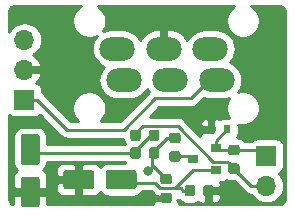
<source format=gbr>
G04 #@! TF.GenerationSoftware,KiCad,Pcbnew,(5.1.4)-1*
G04 #@! TF.CreationDate,2020-03-11T16:36:07-04:00*
G04 #@! TF.ProjectId,MicSwitchBoard,4d696353-7769-4746-9368-426f6172642e,rev?*
G04 #@! TF.SameCoordinates,Original*
G04 #@! TF.FileFunction,Copper,L2,Bot*
G04 #@! TF.FilePolarity,Positive*
%FSLAX46Y46*%
G04 Gerber Fmt 4.6, Leading zero omitted, Abs format (unit mm)*
G04 Created by KiCad (PCBNEW (5.1.4)-1) date 2020-03-11 16:36:07*
%MOMM*%
%LPD*%
G04 APERTURE LIST*
%ADD10O,3.000000X2.000000*%
%ADD11R,0.600000X0.700000*%
%ADD12C,0.100000*%
%ADD13C,1.600000*%
%ADD14C,0.875000*%
%ADD15R,0.900000X0.800000*%
%ADD16O,1.700000X1.700000*%
%ADD17R,1.700000X1.700000*%
%ADD18C,0.800000*%
%ADD19C,0.250000*%
%ADD20C,0.254000*%
G04 APERTURE END LIST*
D10*
X132300000Y-68835000D03*
X131760000Y-66165000D03*
X128350000Y-68835000D03*
X127810000Y-66165000D03*
X124400000Y-68835000D03*
X123860000Y-66165000D03*
D11*
X131800000Y-73000000D03*
X133200000Y-73000000D03*
D12*
G36*
X121674504Y-76451204D02*
G01*
X121698773Y-76454804D01*
X121722571Y-76460765D01*
X121745671Y-76469030D01*
X121767849Y-76479520D01*
X121788893Y-76492133D01*
X121808598Y-76506747D01*
X121826777Y-76523223D01*
X121843253Y-76541402D01*
X121857867Y-76561107D01*
X121870480Y-76582151D01*
X121880970Y-76604329D01*
X121889235Y-76627429D01*
X121895196Y-76651227D01*
X121898796Y-76675496D01*
X121900000Y-76700000D01*
X121900000Y-77800000D01*
X121898796Y-77824504D01*
X121895196Y-77848773D01*
X121889235Y-77872571D01*
X121880970Y-77895671D01*
X121870480Y-77917849D01*
X121857867Y-77938893D01*
X121843253Y-77958598D01*
X121826777Y-77976777D01*
X121808598Y-77993253D01*
X121788893Y-78007867D01*
X121767849Y-78020480D01*
X121745671Y-78030970D01*
X121722571Y-78039235D01*
X121698773Y-78045196D01*
X121674504Y-78048796D01*
X121650000Y-78050000D01*
X119550000Y-78050000D01*
X119525496Y-78048796D01*
X119501227Y-78045196D01*
X119477429Y-78039235D01*
X119454329Y-78030970D01*
X119432151Y-78020480D01*
X119411107Y-78007867D01*
X119391402Y-77993253D01*
X119373223Y-77976777D01*
X119356747Y-77958598D01*
X119342133Y-77938893D01*
X119329520Y-77917849D01*
X119319030Y-77895671D01*
X119310765Y-77872571D01*
X119304804Y-77848773D01*
X119301204Y-77824504D01*
X119300000Y-77800000D01*
X119300000Y-76700000D01*
X119301204Y-76675496D01*
X119304804Y-76651227D01*
X119310765Y-76627429D01*
X119319030Y-76604329D01*
X119329520Y-76582151D01*
X119342133Y-76561107D01*
X119356747Y-76541402D01*
X119373223Y-76523223D01*
X119391402Y-76506747D01*
X119411107Y-76492133D01*
X119432151Y-76479520D01*
X119454329Y-76469030D01*
X119477429Y-76460765D01*
X119501227Y-76454804D01*
X119525496Y-76451204D01*
X119550000Y-76450000D01*
X121650000Y-76450000D01*
X121674504Y-76451204D01*
X121674504Y-76451204D01*
G37*
D13*
X120600000Y-77250000D03*
D12*
G36*
X125274504Y-76451204D02*
G01*
X125298773Y-76454804D01*
X125322571Y-76460765D01*
X125345671Y-76469030D01*
X125367849Y-76479520D01*
X125388893Y-76492133D01*
X125408598Y-76506747D01*
X125426777Y-76523223D01*
X125443253Y-76541402D01*
X125457867Y-76561107D01*
X125470480Y-76582151D01*
X125480970Y-76604329D01*
X125489235Y-76627429D01*
X125495196Y-76651227D01*
X125498796Y-76675496D01*
X125500000Y-76700000D01*
X125500000Y-77800000D01*
X125498796Y-77824504D01*
X125495196Y-77848773D01*
X125489235Y-77872571D01*
X125480970Y-77895671D01*
X125470480Y-77917849D01*
X125457867Y-77938893D01*
X125443253Y-77958598D01*
X125426777Y-77976777D01*
X125408598Y-77993253D01*
X125388893Y-78007867D01*
X125367849Y-78020480D01*
X125345671Y-78030970D01*
X125322571Y-78039235D01*
X125298773Y-78045196D01*
X125274504Y-78048796D01*
X125250000Y-78050000D01*
X123150000Y-78050000D01*
X123125496Y-78048796D01*
X123101227Y-78045196D01*
X123077429Y-78039235D01*
X123054329Y-78030970D01*
X123032151Y-78020480D01*
X123011107Y-78007867D01*
X122991402Y-77993253D01*
X122973223Y-77976777D01*
X122956747Y-77958598D01*
X122942133Y-77938893D01*
X122929520Y-77917849D01*
X122919030Y-77895671D01*
X122910765Y-77872571D01*
X122904804Y-77848773D01*
X122901204Y-77824504D01*
X122900000Y-77800000D01*
X122900000Y-76700000D01*
X122901204Y-76675496D01*
X122904804Y-76651227D01*
X122910765Y-76627429D01*
X122919030Y-76604329D01*
X122929520Y-76582151D01*
X122942133Y-76561107D01*
X122956747Y-76541402D01*
X122973223Y-76523223D01*
X122991402Y-76506747D01*
X123011107Y-76492133D01*
X123032151Y-76479520D01*
X123054329Y-76469030D01*
X123077429Y-76460765D01*
X123101227Y-76454804D01*
X123125496Y-76451204D01*
X123150000Y-76450000D01*
X125250000Y-76450000D01*
X125274504Y-76451204D01*
X125274504Y-76451204D01*
G37*
D13*
X124200000Y-77250000D03*
D12*
G36*
X117074504Y-77001204D02*
G01*
X117098773Y-77004804D01*
X117122571Y-77010765D01*
X117145671Y-77019030D01*
X117167849Y-77029520D01*
X117188893Y-77042133D01*
X117208598Y-77056747D01*
X117226777Y-77073223D01*
X117243253Y-77091402D01*
X117257867Y-77111107D01*
X117270480Y-77132151D01*
X117280970Y-77154329D01*
X117289235Y-77177429D01*
X117295196Y-77201227D01*
X117298796Y-77225496D01*
X117300000Y-77250000D01*
X117300000Y-79350000D01*
X117298796Y-79374504D01*
X117295196Y-79398773D01*
X117289235Y-79422571D01*
X117280970Y-79445671D01*
X117270480Y-79467849D01*
X117257867Y-79488893D01*
X117243253Y-79508598D01*
X117226777Y-79526777D01*
X117208598Y-79543253D01*
X117188893Y-79557867D01*
X117167849Y-79570480D01*
X117145671Y-79580970D01*
X117122571Y-79589235D01*
X117098773Y-79595196D01*
X117074504Y-79598796D01*
X117050000Y-79600000D01*
X115950000Y-79600000D01*
X115925496Y-79598796D01*
X115901227Y-79595196D01*
X115877429Y-79589235D01*
X115854329Y-79580970D01*
X115832151Y-79570480D01*
X115811107Y-79557867D01*
X115791402Y-79543253D01*
X115773223Y-79526777D01*
X115756747Y-79508598D01*
X115742133Y-79488893D01*
X115729520Y-79467849D01*
X115719030Y-79445671D01*
X115710765Y-79422571D01*
X115704804Y-79398773D01*
X115701204Y-79374504D01*
X115700000Y-79350000D01*
X115700000Y-77250000D01*
X115701204Y-77225496D01*
X115704804Y-77201227D01*
X115710765Y-77177429D01*
X115719030Y-77154329D01*
X115729520Y-77132151D01*
X115742133Y-77111107D01*
X115756747Y-77091402D01*
X115773223Y-77073223D01*
X115791402Y-77056747D01*
X115811107Y-77042133D01*
X115832151Y-77029520D01*
X115854329Y-77019030D01*
X115877429Y-77010765D01*
X115901227Y-77004804D01*
X115925496Y-77001204D01*
X115950000Y-77000000D01*
X117050000Y-77000000D01*
X117074504Y-77001204D01*
X117074504Y-77001204D01*
G37*
D13*
X116500000Y-78300000D03*
D12*
G36*
X117074504Y-73401204D02*
G01*
X117098773Y-73404804D01*
X117122571Y-73410765D01*
X117145671Y-73419030D01*
X117167849Y-73429520D01*
X117188893Y-73442133D01*
X117208598Y-73456747D01*
X117226777Y-73473223D01*
X117243253Y-73491402D01*
X117257867Y-73511107D01*
X117270480Y-73532151D01*
X117280970Y-73554329D01*
X117289235Y-73577429D01*
X117295196Y-73601227D01*
X117298796Y-73625496D01*
X117300000Y-73650000D01*
X117300000Y-75750000D01*
X117298796Y-75774504D01*
X117295196Y-75798773D01*
X117289235Y-75822571D01*
X117280970Y-75845671D01*
X117270480Y-75867849D01*
X117257867Y-75888893D01*
X117243253Y-75908598D01*
X117226777Y-75926777D01*
X117208598Y-75943253D01*
X117188893Y-75957867D01*
X117167849Y-75970480D01*
X117145671Y-75980970D01*
X117122571Y-75989235D01*
X117098773Y-75995196D01*
X117074504Y-75998796D01*
X117050000Y-76000000D01*
X115950000Y-76000000D01*
X115925496Y-75998796D01*
X115901227Y-75995196D01*
X115877429Y-75989235D01*
X115854329Y-75980970D01*
X115832151Y-75970480D01*
X115811107Y-75957867D01*
X115791402Y-75943253D01*
X115773223Y-75926777D01*
X115756747Y-75908598D01*
X115742133Y-75888893D01*
X115729520Y-75867849D01*
X115719030Y-75845671D01*
X115710765Y-75822571D01*
X115704804Y-75798773D01*
X115701204Y-75774504D01*
X115700000Y-75750000D01*
X115700000Y-73650000D01*
X115701204Y-73625496D01*
X115704804Y-73601227D01*
X115710765Y-73577429D01*
X115719030Y-73554329D01*
X115729520Y-73532151D01*
X115742133Y-73511107D01*
X115756747Y-73491402D01*
X115773223Y-73473223D01*
X115791402Y-73456747D01*
X115811107Y-73442133D01*
X115832151Y-73429520D01*
X115854329Y-73419030D01*
X115877429Y-73410765D01*
X115901227Y-73404804D01*
X115925496Y-73401204D01*
X115950000Y-73400000D01*
X117050000Y-73400000D01*
X117074504Y-73401204D01*
X117074504Y-73401204D01*
G37*
D13*
X116500000Y-74700000D03*
D12*
G36*
X131827691Y-77726053D02*
G01*
X131848926Y-77729203D01*
X131869750Y-77734419D01*
X131889962Y-77741651D01*
X131909368Y-77750830D01*
X131927781Y-77761866D01*
X131945024Y-77774654D01*
X131960930Y-77789070D01*
X131975346Y-77804976D01*
X131988134Y-77822219D01*
X131999170Y-77840632D01*
X132008349Y-77860038D01*
X132015581Y-77880250D01*
X132020797Y-77901074D01*
X132023947Y-77922309D01*
X132025000Y-77943750D01*
X132025000Y-78456250D01*
X132023947Y-78477691D01*
X132020797Y-78498926D01*
X132015581Y-78519750D01*
X132008349Y-78539962D01*
X131999170Y-78559368D01*
X131988134Y-78577781D01*
X131975346Y-78595024D01*
X131960930Y-78610930D01*
X131945024Y-78625346D01*
X131927781Y-78638134D01*
X131909368Y-78649170D01*
X131889962Y-78658349D01*
X131869750Y-78665581D01*
X131848926Y-78670797D01*
X131827691Y-78673947D01*
X131806250Y-78675000D01*
X131368750Y-78675000D01*
X131347309Y-78673947D01*
X131326074Y-78670797D01*
X131305250Y-78665581D01*
X131285038Y-78658349D01*
X131265632Y-78649170D01*
X131247219Y-78638134D01*
X131229976Y-78625346D01*
X131214070Y-78610930D01*
X131199654Y-78595024D01*
X131186866Y-78577781D01*
X131175830Y-78559368D01*
X131166651Y-78539962D01*
X131159419Y-78519750D01*
X131154203Y-78498926D01*
X131151053Y-78477691D01*
X131150000Y-78456250D01*
X131150000Y-77943750D01*
X131151053Y-77922309D01*
X131154203Y-77901074D01*
X131159419Y-77880250D01*
X131166651Y-77860038D01*
X131175830Y-77840632D01*
X131186866Y-77822219D01*
X131199654Y-77804976D01*
X131214070Y-77789070D01*
X131229976Y-77774654D01*
X131247219Y-77761866D01*
X131265632Y-77750830D01*
X131285038Y-77741651D01*
X131305250Y-77734419D01*
X131326074Y-77729203D01*
X131347309Y-77726053D01*
X131368750Y-77725000D01*
X131806250Y-77725000D01*
X131827691Y-77726053D01*
X131827691Y-77726053D01*
G37*
D14*
X131587500Y-78200000D03*
D12*
G36*
X130252691Y-77726053D02*
G01*
X130273926Y-77729203D01*
X130294750Y-77734419D01*
X130314962Y-77741651D01*
X130334368Y-77750830D01*
X130352781Y-77761866D01*
X130370024Y-77774654D01*
X130385930Y-77789070D01*
X130400346Y-77804976D01*
X130413134Y-77822219D01*
X130424170Y-77840632D01*
X130433349Y-77860038D01*
X130440581Y-77880250D01*
X130445797Y-77901074D01*
X130448947Y-77922309D01*
X130450000Y-77943750D01*
X130450000Y-78456250D01*
X130448947Y-78477691D01*
X130445797Y-78498926D01*
X130440581Y-78519750D01*
X130433349Y-78539962D01*
X130424170Y-78559368D01*
X130413134Y-78577781D01*
X130400346Y-78595024D01*
X130385930Y-78610930D01*
X130370024Y-78625346D01*
X130352781Y-78638134D01*
X130334368Y-78649170D01*
X130314962Y-78658349D01*
X130294750Y-78665581D01*
X130273926Y-78670797D01*
X130252691Y-78673947D01*
X130231250Y-78675000D01*
X129793750Y-78675000D01*
X129772309Y-78673947D01*
X129751074Y-78670797D01*
X129730250Y-78665581D01*
X129710038Y-78658349D01*
X129690632Y-78649170D01*
X129672219Y-78638134D01*
X129654976Y-78625346D01*
X129639070Y-78610930D01*
X129624654Y-78595024D01*
X129611866Y-78577781D01*
X129600830Y-78559368D01*
X129591651Y-78539962D01*
X129584419Y-78519750D01*
X129579203Y-78498926D01*
X129576053Y-78477691D01*
X129575000Y-78456250D01*
X129575000Y-77943750D01*
X129576053Y-77922309D01*
X129579203Y-77901074D01*
X129584419Y-77880250D01*
X129591651Y-77860038D01*
X129600830Y-77840632D01*
X129611866Y-77822219D01*
X129624654Y-77804976D01*
X129639070Y-77789070D01*
X129654976Y-77774654D01*
X129672219Y-77761866D01*
X129690632Y-77750830D01*
X129710038Y-77741651D01*
X129730250Y-77734419D01*
X129751074Y-77729203D01*
X129772309Y-77726053D01*
X129793750Y-77725000D01*
X130231250Y-77725000D01*
X130252691Y-77726053D01*
X130252691Y-77726053D01*
G37*
D14*
X130012500Y-78200000D03*
D12*
G36*
X134027691Y-74313553D02*
G01*
X134048926Y-74316703D01*
X134069750Y-74321919D01*
X134089962Y-74329151D01*
X134109368Y-74338330D01*
X134127781Y-74349366D01*
X134145024Y-74362154D01*
X134160930Y-74376570D01*
X134175346Y-74392476D01*
X134188134Y-74409719D01*
X134199170Y-74428132D01*
X134208349Y-74447538D01*
X134215581Y-74467750D01*
X134220797Y-74488574D01*
X134223947Y-74509809D01*
X134225000Y-74531250D01*
X134225000Y-74968750D01*
X134223947Y-74990191D01*
X134220797Y-75011426D01*
X134215581Y-75032250D01*
X134208349Y-75052462D01*
X134199170Y-75071868D01*
X134188134Y-75090281D01*
X134175346Y-75107524D01*
X134160930Y-75123430D01*
X134145024Y-75137846D01*
X134127781Y-75150634D01*
X134109368Y-75161670D01*
X134089962Y-75170849D01*
X134069750Y-75178081D01*
X134048926Y-75183297D01*
X134027691Y-75186447D01*
X134006250Y-75187500D01*
X133493750Y-75187500D01*
X133472309Y-75186447D01*
X133451074Y-75183297D01*
X133430250Y-75178081D01*
X133410038Y-75170849D01*
X133390632Y-75161670D01*
X133372219Y-75150634D01*
X133354976Y-75137846D01*
X133339070Y-75123430D01*
X133324654Y-75107524D01*
X133311866Y-75090281D01*
X133300830Y-75071868D01*
X133291651Y-75052462D01*
X133284419Y-75032250D01*
X133279203Y-75011426D01*
X133276053Y-74990191D01*
X133275000Y-74968750D01*
X133275000Y-74531250D01*
X133276053Y-74509809D01*
X133279203Y-74488574D01*
X133284419Y-74467750D01*
X133291651Y-74447538D01*
X133300830Y-74428132D01*
X133311866Y-74409719D01*
X133324654Y-74392476D01*
X133339070Y-74376570D01*
X133354976Y-74362154D01*
X133372219Y-74349366D01*
X133390632Y-74338330D01*
X133410038Y-74329151D01*
X133430250Y-74321919D01*
X133451074Y-74316703D01*
X133472309Y-74313553D01*
X133493750Y-74312500D01*
X134006250Y-74312500D01*
X134027691Y-74313553D01*
X134027691Y-74313553D01*
G37*
D14*
X133750000Y-74750000D03*
D12*
G36*
X134027691Y-75888553D02*
G01*
X134048926Y-75891703D01*
X134069750Y-75896919D01*
X134089962Y-75904151D01*
X134109368Y-75913330D01*
X134127781Y-75924366D01*
X134145024Y-75937154D01*
X134160930Y-75951570D01*
X134175346Y-75967476D01*
X134188134Y-75984719D01*
X134199170Y-76003132D01*
X134208349Y-76022538D01*
X134215581Y-76042750D01*
X134220797Y-76063574D01*
X134223947Y-76084809D01*
X134225000Y-76106250D01*
X134225000Y-76543750D01*
X134223947Y-76565191D01*
X134220797Y-76586426D01*
X134215581Y-76607250D01*
X134208349Y-76627462D01*
X134199170Y-76646868D01*
X134188134Y-76665281D01*
X134175346Y-76682524D01*
X134160930Y-76698430D01*
X134145024Y-76712846D01*
X134127781Y-76725634D01*
X134109368Y-76736670D01*
X134089962Y-76745849D01*
X134069750Y-76753081D01*
X134048926Y-76758297D01*
X134027691Y-76761447D01*
X134006250Y-76762500D01*
X133493750Y-76762500D01*
X133472309Y-76761447D01*
X133451074Y-76758297D01*
X133430250Y-76753081D01*
X133410038Y-76745849D01*
X133390632Y-76736670D01*
X133372219Y-76725634D01*
X133354976Y-76712846D01*
X133339070Y-76698430D01*
X133324654Y-76682524D01*
X133311866Y-76665281D01*
X133300830Y-76646868D01*
X133291651Y-76627462D01*
X133284419Y-76607250D01*
X133279203Y-76586426D01*
X133276053Y-76565191D01*
X133275000Y-76543750D01*
X133275000Y-76106250D01*
X133276053Y-76084809D01*
X133279203Y-76063574D01*
X133284419Y-76042750D01*
X133291651Y-76022538D01*
X133300830Y-76003132D01*
X133311866Y-75984719D01*
X133324654Y-75967476D01*
X133339070Y-75951570D01*
X133354976Y-75937154D01*
X133372219Y-75924366D01*
X133390632Y-75913330D01*
X133410038Y-75904151D01*
X133430250Y-75896919D01*
X133451074Y-75891703D01*
X133472309Y-75888553D01*
X133493750Y-75887500D01*
X134006250Y-75887500D01*
X134027691Y-75888553D01*
X134027691Y-75888553D01*
G37*
D14*
X133750000Y-76325000D03*
D12*
G36*
X129027691Y-74851053D02*
G01*
X129048926Y-74854203D01*
X129069750Y-74859419D01*
X129089962Y-74866651D01*
X129109368Y-74875830D01*
X129127781Y-74886866D01*
X129145024Y-74899654D01*
X129160930Y-74914070D01*
X129175346Y-74929976D01*
X129188134Y-74947219D01*
X129199170Y-74965632D01*
X129208349Y-74985038D01*
X129215581Y-75005250D01*
X129220797Y-75026074D01*
X129223947Y-75047309D01*
X129225000Y-75068750D01*
X129225000Y-75506250D01*
X129223947Y-75527691D01*
X129220797Y-75548926D01*
X129215581Y-75569750D01*
X129208349Y-75589962D01*
X129199170Y-75609368D01*
X129188134Y-75627781D01*
X129175346Y-75645024D01*
X129160930Y-75660930D01*
X129145024Y-75675346D01*
X129127781Y-75688134D01*
X129109368Y-75699170D01*
X129089962Y-75708349D01*
X129069750Y-75715581D01*
X129048926Y-75720797D01*
X129027691Y-75723947D01*
X129006250Y-75725000D01*
X128493750Y-75725000D01*
X128472309Y-75723947D01*
X128451074Y-75720797D01*
X128430250Y-75715581D01*
X128410038Y-75708349D01*
X128390632Y-75699170D01*
X128372219Y-75688134D01*
X128354976Y-75675346D01*
X128339070Y-75660930D01*
X128324654Y-75645024D01*
X128311866Y-75627781D01*
X128300830Y-75609368D01*
X128291651Y-75589962D01*
X128284419Y-75569750D01*
X128279203Y-75548926D01*
X128276053Y-75527691D01*
X128275000Y-75506250D01*
X128275000Y-75068750D01*
X128276053Y-75047309D01*
X128279203Y-75026074D01*
X128284419Y-75005250D01*
X128291651Y-74985038D01*
X128300830Y-74965632D01*
X128311866Y-74947219D01*
X128324654Y-74929976D01*
X128339070Y-74914070D01*
X128354976Y-74899654D01*
X128372219Y-74886866D01*
X128390632Y-74875830D01*
X128410038Y-74866651D01*
X128430250Y-74859419D01*
X128451074Y-74854203D01*
X128472309Y-74851053D01*
X128493750Y-74850000D01*
X129006250Y-74850000D01*
X129027691Y-74851053D01*
X129027691Y-74851053D01*
G37*
D14*
X128750000Y-75287500D03*
D12*
G36*
X129027691Y-73276053D02*
G01*
X129048926Y-73279203D01*
X129069750Y-73284419D01*
X129089962Y-73291651D01*
X129109368Y-73300830D01*
X129127781Y-73311866D01*
X129145024Y-73324654D01*
X129160930Y-73339070D01*
X129175346Y-73354976D01*
X129188134Y-73372219D01*
X129199170Y-73390632D01*
X129208349Y-73410038D01*
X129215581Y-73430250D01*
X129220797Y-73451074D01*
X129223947Y-73472309D01*
X129225000Y-73493750D01*
X129225000Y-73931250D01*
X129223947Y-73952691D01*
X129220797Y-73973926D01*
X129215581Y-73994750D01*
X129208349Y-74014962D01*
X129199170Y-74034368D01*
X129188134Y-74052781D01*
X129175346Y-74070024D01*
X129160930Y-74085930D01*
X129145024Y-74100346D01*
X129127781Y-74113134D01*
X129109368Y-74124170D01*
X129089962Y-74133349D01*
X129069750Y-74140581D01*
X129048926Y-74145797D01*
X129027691Y-74148947D01*
X129006250Y-74150000D01*
X128493750Y-74150000D01*
X128472309Y-74148947D01*
X128451074Y-74145797D01*
X128430250Y-74140581D01*
X128410038Y-74133349D01*
X128390632Y-74124170D01*
X128372219Y-74113134D01*
X128354976Y-74100346D01*
X128339070Y-74085930D01*
X128324654Y-74070024D01*
X128311866Y-74052781D01*
X128300830Y-74034368D01*
X128291651Y-74014962D01*
X128284419Y-73994750D01*
X128279203Y-73973926D01*
X128276053Y-73952691D01*
X128275000Y-73931250D01*
X128275000Y-73493750D01*
X128276053Y-73472309D01*
X128279203Y-73451074D01*
X128284419Y-73430250D01*
X128291651Y-73410038D01*
X128300830Y-73390632D01*
X128311866Y-73372219D01*
X128324654Y-73354976D01*
X128339070Y-73339070D01*
X128354976Y-73324654D01*
X128372219Y-73311866D01*
X128390632Y-73300830D01*
X128410038Y-73291651D01*
X128430250Y-73284419D01*
X128451074Y-73279203D01*
X128472309Y-73276053D01*
X128493750Y-73275000D01*
X129006250Y-73275000D01*
X129027691Y-73276053D01*
X129027691Y-73276053D01*
G37*
D14*
X128750000Y-73712500D03*
D12*
G36*
X125652691Y-74526053D02*
G01*
X125673926Y-74529203D01*
X125694750Y-74534419D01*
X125714962Y-74541651D01*
X125734368Y-74550830D01*
X125752781Y-74561866D01*
X125770024Y-74574654D01*
X125785930Y-74589070D01*
X125800346Y-74604976D01*
X125813134Y-74622219D01*
X125824170Y-74640632D01*
X125833349Y-74660038D01*
X125840581Y-74680250D01*
X125845797Y-74701074D01*
X125848947Y-74722309D01*
X125850000Y-74743750D01*
X125850000Y-75256250D01*
X125848947Y-75277691D01*
X125845797Y-75298926D01*
X125840581Y-75319750D01*
X125833349Y-75339962D01*
X125824170Y-75359368D01*
X125813134Y-75377781D01*
X125800346Y-75395024D01*
X125785930Y-75410930D01*
X125770024Y-75425346D01*
X125752781Y-75438134D01*
X125734368Y-75449170D01*
X125714962Y-75458349D01*
X125694750Y-75465581D01*
X125673926Y-75470797D01*
X125652691Y-75473947D01*
X125631250Y-75475000D01*
X125193750Y-75475000D01*
X125172309Y-75473947D01*
X125151074Y-75470797D01*
X125130250Y-75465581D01*
X125110038Y-75458349D01*
X125090632Y-75449170D01*
X125072219Y-75438134D01*
X125054976Y-75425346D01*
X125039070Y-75410930D01*
X125024654Y-75395024D01*
X125011866Y-75377781D01*
X125000830Y-75359368D01*
X124991651Y-75339962D01*
X124984419Y-75319750D01*
X124979203Y-75298926D01*
X124976053Y-75277691D01*
X124975000Y-75256250D01*
X124975000Y-74743750D01*
X124976053Y-74722309D01*
X124979203Y-74701074D01*
X124984419Y-74680250D01*
X124991651Y-74660038D01*
X125000830Y-74640632D01*
X125011866Y-74622219D01*
X125024654Y-74604976D01*
X125039070Y-74589070D01*
X125054976Y-74574654D01*
X125072219Y-74561866D01*
X125090632Y-74550830D01*
X125110038Y-74541651D01*
X125130250Y-74534419D01*
X125151074Y-74529203D01*
X125172309Y-74526053D01*
X125193750Y-74525000D01*
X125631250Y-74525000D01*
X125652691Y-74526053D01*
X125652691Y-74526053D01*
G37*
D14*
X125412500Y-75000000D03*
D12*
G36*
X127227691Y-74526053D02*
G01*
X127248926Y-74529203D01*
X127269750Y-74534419D01*
X127289962Y-74541651D01*
X127309368Y-74550830D01*
X127327781Y-74561866D01*
X127345024Y-74574654D01*
X127360930Y-74589070D01*
X127375346Y-74604976D01*
X127388134Y-74622219D01*
X127399170Y-74640632D01*
X127408349Y-74660038D01*
X127415581Y-74680250D01*
X127420797Y-74701074D01*
X127423947Y-74722309D01*
X127425000Y-74743750D01*
X127425000Y-75256250D01*
X127423947Y-75277691D01*
X127420797Y-75298926D01*
X127415581Y-75319750D01*
X127408349Y-75339962D01*
X127399170Y-75359368D01*
X127388134Y-75377781D01*
X127375346Y-75395024D01*
X127360930Y-75410930D01*
X127345024Y-75425346D01*
X127327781Y-75438134D01*
X127309368Y-75449170D01*
X127289962Y-75458349D01*
X127269750Y-75465581D01*
X127248926Y-75470797D01*
X127227691Y-75473947D01*
X127206250Y-75475000D01*
X126768750Y-75475000D01*
X126747309Y-75473947D01*
X126726074Y-75470797D01*
X126705250Y-75465581D01*
X126685038Y-75458349D01*
X126665632Y-75449170D01*
X126647219Y-75438134D01*
X126629976Y-75425346D01*
X126614070Y-75410930D01*
X126599654Y-75395024D01*
X126586866Y-75377781D01*
X126575830Y-75359368D01*
X126566651Y-75339962D01*
X126559419Y-75319750D01*
X126554203Y-75298926D01*
X126551053Y-75277691D01*
X126550000Y-75256250D01*
X126550000Y-74743750D01*
X126551053Y-74722309D01*
X126554203Y-74701074D01*
X126559419Y-74680250D01*
X126566651Y-74660038D01*
X126575830Y-74640632D01*
X126586866Y-74622219D01*
X126599654Y-74604976D01*
X126614070Y-74589070D01*
X126629976Y-74574654D01*
X126647219Y-74561866D01*
X126665632Y-74550830D01*
X126685038Y-74541651D01*
X126705250Y-74534419D01*
X126726074Y-74529203D01*
X126747309Y-74526053D01*
X126768750Y-74525000D01*
X127206250Y-74525000D01*
X127227691Y-74526053D01*
X127227691Y-74526053D01*
G37*
D14*
X126987500Y-75000000D03*
D12*
G36*
X125652691Y-73026053D02*
G01*
X125673926Y-73029203D01*
X125694750Y-73034419D01*
X125714962Y-73041651D01*
X125734368Y-73050830D01*
X125752781Y-73061866D01*
X125770024Y-73074654D01*
X125785930Y-73089070D01*
X125800346Y-73104976D01*
X125813134Y-73122219D01*
X125824170Y-73140632D01*
X125833349Y-73160038D01*
X125840581Y-73180250D01*
X125845797Y-73201074D01*
X125848947Y-73222309D01*
X125850000Y-73243750D01*
X125850000Y-73756250D01*
X125848947Y-73777691D01*
X125845797Y-73798926D01*
X125840581Y-73819750D01*
X125833349Y-73839962D01*
X125824170Y-73859368D01*
X125813134Y-73877781D01*
X125800346Y-73895024D01*
X125785930Y-73910930D01*
X125770024Y-73925346D01*
X125752781Y-73938134D01*
X125734368Y-73949170D01*
X125714962Y-73958349D01*
X125694750Y-73965581D01*
X125673926Y-73970797D01*
X125652691Y-73973947D01*
X125631250Y-73975000D01*
X125193750Y-73975000D01*
X125172309Y-73973947D01*
X125151074Y-73970797D01*
X125130250Y-73965581D01*
X125110038Y-73958349D01*
X125090632Y-73949170D01*
X125072219Y-73938134D01*
X125054976Y-73925346D01*
X125039070Y-73910930D01*
X125024654Y-73895024D01*
X125011866Y-73877781D01*
X125000830Y-73859368D01*
X124991651Y-73839962D01*
X124984419Y-73819750D01*
X124979203Y-73798926D01*
X124976053Y-73777691D01*
X124975000Y-73756250D01*
X124975000Y-73243750D01*
X124976053Y-73222309D01*
X124979203Y-73201074D01*
X124984419Y-73180250D01*
X124991651Y-73160038D01*
X125000830Y-73140632D01*
X125011866Y-73122219D01*
X125024654Y-73104976D01*
X125039070Y-73089070D01*
X125054976Y-73074654D01*
X125072219Y-73061866D01*
X125090632Y-73050830D01*
X125110038Y-73041651D01*
X125130250Y-73034419D01*
X125151074Y-73029203D01*
X125172309Y-73026053D01*
X125193750Y-73025000D01*
X125631250Y-73025000D01*
X125652691Y-73026053D01*
X125652691Y-73026053D01*
G37*
D14*
X125412500Y-73500000D03*
D12*
G36*
X127227691Y-73026053D02*
G01*
X127248926Y-73029203D01*
X127269750Y-73034419D01*
X127289962Y-73041651D01*
X127309368Y-73050830D01*
X127327781Y-73061866D01*
X127345024Y-73074654D01*
X127360930Y-73089070D01*
X127375346Y-73104976D01*
X127388134Y-73122219D01*
X127399170Y-73140632D01*
X127408349Y-73160038D01*
X127415581Y-73180250D01*
X127420797Y-73201074D01*
X127423947Y-73222309D01*
X127425000Y-73243750D01*
X127425000Y-73756250D01*
X127423947Y-73777691D01*
X127420797Y-73798926D01*
X127415581Y-73819750D01*
X127408349Y-73839962D01*
X127399170Y-73859368D01*
X127388134Y-73877781D01*
X127375346Y-73895024D01*
X127360930Y-73910930D01*
X127345024Y-73925346D01*
X127327781Y-73938134D01*
X127309368Y-73949170D01*
X127289962Y-73958349D01*
X127269750Y-73965581D01*
X127248926Y-73970797D01*
X127227691Y-73973947D01*
X127206250Y-73975000D01*
X126768750Y-73975000D01*
X126747309Y-73973947D01*
X126726074Y-73970797D01*
X126705250Y-73965581D01*
X126685038Y-73958349D01*
X126665632Y-73949170D01*
X126647219Y-73938134D01*
X126629976Y-73925346D01*
X126614070Y-73910930D01*
X126599654Y-73895024D01*
X126586866Y-73877781D01*
X126575830Y-73859368D01*
X126566651Y-73839962D01*
X126559419Y-73819750D01*
X126554203Y-73798926D01*
X126551053Y-73777691D01*
X126550000Y-73756250D01*
X126550000Y-73243750D01*
X126551053Y-73222309D01*
X126554203Y-73201074D01*
X126559419Y-73180250D01*
X126566651Y-73160038D01*
X126575830Y-73140632D01*
X126586866Y-73122219D01*
X126599654Y-73104976D01*
X126614070Y-73089070D01*
X126629976Y-73074654D01*
X126647219Y-73061866D01*
X126665632Y-73050830D01*
X126685038Y-73041651D01*
X126705250Y-73034419D01*
X126726074Y-73029203D01*
X126747309Y-73026053D01*
X126768750Y-73025000D01*
X127206250Y-73025000D01*
X127227691Y-73026053D01*
X127227691Y-73026053D01*
G37*
D14*
X126987500Y-73500000D03*
D15*
X130250000Y-75500000D03*
X132250000Y-76450000D03*
X132250000Y-74550000D03*
D16*
X116000000Y-65420000D03*
X116000000Y-67960000D03*
D17*
X116000000Y-70500000D03*
D16*
X136500000Y-77790000D03*
D17*
X136500000Y-75250000D03*
D12*
G36*
X128277691Y-78351053D02*
G01*
X128298926Y-78354203D01*
X128319750Y-78359419D01*
X128339962Y-78366651D01*
X128359368Y-78375830D01*
X128377781Y-78386866D01*
X128395024Y-78399654D01*
X128410930Y-78414070D01*
X128425346Y-78429976D01*
X128438134Y-78447219D01*
X128449170Y-78465632D01*
X128458349Y-78485038D01*
X128465581Y-78505250D01*
X128470797Y-78526074D01*
X128473947Y-78547309D01*
X128475000Y-78568750D01*
X128475000Y-79006250D01*
X128473947Y-79027691D01*
X128470797Y-79048926D01*
X128465581Y-79069750D01*
X128458349Y-79089962D01*
X128449170Y-79109368D01*
X128438134Y-79127781D01*
X128425346Y-79145024D01*
X128410930Y-79160930D01*
X128395024Y-79175346D01*
X128377781Y-79188134D01*
X128359368Y-79199170D01*
X128339962Y-79208349D01*
X128319750Y-79215581D01*
X128298926Y-79220797D01*
X128277691Y-79223947D01*
X128256250Y-79225000D01*
X127743750Y-79225000D01*
X127722309Y-79223947D01*
X127701074Y-79220797D01*
X127680250Y-79215581D01*
X127660038Y-79208349D01*
X127640632Y-79199170D01*
X127622219Y-79188134D01*
X127604976Y-79175346D01*
X127589070Y-79160930D01*
X127574654Y-79145024D01*
X127561866Y-79127781D01*
X127550830Y-79109368D01*
X127541651Y-79089962D01*
X127534419Y-79069750D01*
X127529203Y-79048926D01*
X127526053Y-79027691D01*
X127525000Y-79006250D01*
X127525000Y-78568750D01*
X127526053Y-78547309D01*
X127529203Y-78526074D01*
X127534419Y-78505250D01*
X127541651Y-78485038D01*
X127550830Y-78465632D01*
X127561866Y-78447219D01*
X127574654Y-78429976D01*
X127589070Y-78414070D01*
X127604976Y-78399654D01*
X127622219Y-78386866D01*
X127640632Y-78375830D01*
X127660038Y-78366651D01*
X127680250Y-78359419D01*
X127701074Y-78354203D01*
X127722309Y-78351053D01*
X127743750Y-78350000D01*
X128256250Y-78350000D01*
X128277691Y-78351053D01*
X128277691Y-78351053D01*
G37*
D14*
X128000000Y-78787500D03*
D12*
G36*
X128277691Y-76776053D02*
G01*
X128298926Y-76779203D01*
X128319750Y-76784419D01*
X128339962Y-76791651D01*
X128359368Y-76800830D01*
X128377781Y-76811866D01*
X128395024Y-76824654D01*
X128410930Y-76839070D01*
X128425346Y-76854976D01*
X128438134Y-76872219D01*
X128449170Y-76890632D01*
X128458349Y-76910038D01*
X128465581Y-76930250D01*
X128470797Y-76951074D01*
X128473947Y-76972309D01*
X128475000Y-76993750D01*
X128475000Y-77431250D01*
X128473947Y-77452691D01*
X128470797Y-77473926D01*
X128465581Y-77494750D01*
X128458349Y-77514962D01*
X128449170Y-77534368D01*
X128438134Y-77552781D01*
X128425346Y-77570024D01*
X128410930Y-77585930D01*
X128395024Y-77600346D01*
X128377781Y-77613134D01*
X128359368Y-77624170D01*
X128339962Y-77633349D01*
X128319750Y-77640581D01*
X128298926Y-77645797D01*
X128277691Y-77648947D01*
X128256250Y-77650000D01*
X127743750Y-77650000D01*
X127722309Y-77648947D01*
X127701074Y-77645797D01*
X127680250Y-77640581D01*
X127660038Y-77633349D01*
X127640632Y-77624170D01*
X127622219Y-77613134D01*
X127604976Y-77600346D01*
X127589070Y-77585930D01*
X127574654Y-77570024D01*
X127561866Y-77552781D01*
X127550830Y-77534368D01*
X127541651Y-77514962D01*
X127534419Y-77494750D01*
X127529203Y-77473926D01*
X127526053Y-77452691D01*
X127525000Y-77431250D01*
X127525000Y-76993750D01*
X127526053Y-76972309D01*
X127529203Y-76951074D01*
X127534419Y-76930250D01*
X127541651Y-76910038D01*
X127550830Y-76890632D01*
X127561866Y-76872219D01*
X127574654Y-76854976D01*
X127589070Y-76839070D01*
X127604976Y-76824654D01*
X127622219Y-76811866D01*
X127640632Y-76800830D01*
X127660038Y-76791651D01*
X127680250Y-76784419D01*
X127701074Y-76779203D01*
X127722309Y-76776053D01*
X127743750Y-76775000D01*
X128256250Y-76775000D01*
X128277691Y-76776053D01*
X128277691Y-76776053D01*
G37*
D14*
X128000000Y-77212500D03*
D18*
X130500000Y-72750000D03*
X116500000Y-78250000D03*
X120250000Y-77250000D03*
X126750000Y-79000000D03*
X132800000Y-78200000D03*
X126500000Y-76500000D03*
D19*
X127787500Y-79000000D02*
X128000000Y-78787500D01*
X126750000Y-79000000D02*
X127787500Y-79000000D01*
X130750000Y-73000000D02*
X130500000Y-72750000D01*
X131800000Y-73000000D02*
X130750000Y-73000000D01*
X131587500Y-78200000D02*
X132800000Y-78200000D01*
X126712500Y-73500000D02*
X125212500Y-75000000D01*
X126787500Y-73500000D02*
X126712500Y-73500000D01*
X116800000Y-75000000D02*
X125212500Y-75000000D01*
X116500000Y-74700000D02*
X116800000Y-75000000D01*
X128075000Y-73712500D02*
X126787500Y-75000000D01*
X128750000Y-73712500D02*
X128075000Y-73712500D01*
X127093496Y-70375010D02*
X130074990Y-70375010D01*
X124449990Y-73018516D02*
X127093496Y-70375010D01*
X131300000Y-69150000D02*
X131800000Y-69150000D01*
X130074990Y-70375010D02*
X131300000Y-69150000D01*
X119618516Y-73018516D02*
X124449990Y-73018516D01*
X117100000Y-70500000D02*
X119618516Y-73018516D01*
X116000000Y-70500000D02*
X117100000Y-70500000D01*
X126787500Y-76212500D02*
X126500000Y-76500000D01*
X126787500Y-75000000D02*
X126787500Y-76212500D01*
X126787500Y-76000000D02*
X128000000Y-77212500D01*
X126787500Y-75000000D02*
X126787500Y-76000000D01*
X129038388Y-77674112D02*
X129500000Y-77212500D01*
X128737490Y-77975010D02*
X129038388Y-77674112D01*
X127043506Y-77500000D02*
X127518516Y-77975010D01*
X124000000Y-77500000D02*
X127043506Y-77500000D01*
X130262500Y-76450000D02*
X132250000Y-76450000D01*
X129500000Y-77212500D02*
X130262500Y-76450000D01*
X129600000Y-77212500D02*
X129500000Y-77212500D01*
X129250010Y-77975010D02*
X128424990Y-77975010D01*
X129475000Y-78200000D02*
X129250010Y-77975010D01*
X130012500Y-78200000D02*
X129475000Y-78200000D01*
X127518516Y-77975010D02*
X128424990Y-77975010D01*
X128424990Y-77975010D02*
X128737490Y-77975010D01*
X132250000Y-73950000D02*
X133200000Y-73000000D01*
X132250000Y-74550000D02*
X132250000Y-73950000D01*
X132450000Y-74750000D02*
X132250000Y-74550000D01*
X133750000Y-74750000D02*
X132450000Y-74750000D01*
X136000000Y-74750000D02*
X136500000Y-75250000D01*
X133750000Y-74750000D02*
X136000000Y-74750000D01*
X135215000Y-77790000D02*
X136500000Y-77790000D01*
X133750000Y-76325000D02*
X135215000Y-77790000D01*
X133288388Y-75863388D02*
X133750000Y-76325000D01*
X133149999Y-75724999D02*
X133288388Y-75863388D01*
X132006493Y-75724999D02*
X133149999Y-75724999D01*
X128981484Y-72699990D02*
X132006493Y-75724999D01*
X126012510Y-72699990D02*
X128981484Y-72699990D01*
X125212500Y-73500000D02*
X126012510Y-72699990D01*
X130037500Y-75287500D02*
X130250000Y-75500000D01*
X128750000Y-75287500D02*
X130037500Y-75287500D01*
D20*
G36*
X133585241Y-62685363D02*
G01*
X133385363Y-62885241D01*
X133228320Y-63120273D01*
X133120147Y-63381426D01*
X133065000Y-63658665D01*
X133065000Y-63941335D01*
X133120147Y-64218574D01*
X133228320Y-64479727D01*
X133385363Y-64714759D01*
X133585241Y-64914637D01*
X133820273Y-65071680D01*
X134081426Y-65179853D01*
X134358665Y-65235000D01*
X134641335Y-65235000D01*
X134918574Y-65179853D01*
X135179727Y-65071680D01*
X135414759Y-64914637D01*
X135614637Y-64714759D01*
X135771680Y-64479727D01*
X135879853Y-64218574D01*
X135935000Y-63941335D01*
X135935000Y-63658665D01*
X135879853Y-63381426D01*
X135771680Y-63120273D01*
X135614637Y-62885241D01*
X135414759Y-62685363D01*
X135227140Y-62560000D01*
X137517721Y-62560000D01*
X137654270Y-62573389D01*
X137754573Y-62603672D01*
X137847080Y-62652859D01*
X137928273Y-62719079D01*
X137995057Y-62799808D01*
X138044888Y-62891967D01*
X138075871Y-62992056D01*
X138090001Y-63126494D01*
X138090000Y-78767720D01*
X138076611Y-78904269D01*
X138046327Y-79004575D01*
X137997142Y-79097080D01*
X137930921Y-79178274D01*
X137850195Y-79245056D01*
X137758031Y-79294889D01*
X137657945Y-79325871D01*
X137523515Y-79340000D01*
X129093707Y-79340000D01*
X129105034Y-79225000D01*
X129102000Y-79167250D01*
X128945252Y-79010502D01*
X129102000Y-79010502D01*
X129102000Y-78957463D01*
X129187885Y-79062115D01*
X129317725Y-79168671D01*
X129465858Y-79247850D01*
X129626592Y-79296608D01*
X129793750Y-79313072D01*
X130231250Y-79313072D01*
X130398408Y-79296608D01*
X130559142Y-79247850D01*
X130707275Y-79168671D01*
X130735235Y-79145725D01*
X130799972Y-79198854D01*
X130908896Y-79257076D01*
X131027086Y-79292928D01*
X131150000Y-79305034D01*
X131207750Y-79302000D01*
X131364500Y-79145250D01*
X131364500Y-78423000D01*
X131810500Y-78423000D01*
X131810500Y-79145250D01*
X131967250Y-79302000D01*
X132025000Y-79305034D01*
X132147914Y-79292928D01*
X132266104Y-79257076D01*
X132375028Y-79198854D01*
X132470501Y-79120501D01*
X132548854Y-79025028D01*
X132607076Y-78916104D01*
X132642928Y-78797914D01*
X132655034Y-78675000D01*
X132652000Y-78579750D01*
X132495250Y-78423000D01*
X131810500Y-78423000D01*
X131364500Y-78423000D01*
X131344500Y-78423000D01*
X131344500Y-77977000D01*
X131364500Y-77977000D01*
X131364500Y-77957000D01*
X131810500Y-77957000D01*
X131810500Y-77977000D01*
X132495250Y-77977000D01*
X132652000Y-77820250D01*
X132655034Y-77725000D01*
X132642928Y-77602086D01*
X132608343Y-77488072D01*
X132700000Y-77488072D01*
X132824482Y-77475812D01*
X132944180Y-77439502D01*
X133054494Y-77380537D01*
X133131762Y-77317125D01*
X133165858Y-77335350D01*
X133326592Y-77384108D01*
X133493750Y-77400572D01*
X133750771Y-77400572D01*
X134651201Y-78301003D01*
X134674999Y-78330001D01*
X134790724Y-78424974D01*
X134922753Y-78495546D01*
X135066014Y-78539003D01*
X135177667Y-78550000D01*
X135177677Y-78550000D01*
X135215000Y-78553676D01*
X135223902Y-78552799D01*
X135259294Y-78619014D01*
X135444866Y-78845134D01*
X135670986Y-79030706D01*
X135928966Y-79168599D01*
X136208889Y-79253513D01*
X136427050Y-79275000D01*
X136572950Y-79275000D01*
X136791111Y-79253513D01*
X137071034Y-79168599D01*
X137329014Y-79030706D01*
X137555134Y-78845134D01*
X137740706Y-78619014D01*
X137878599Y-78361034D01*
X137963513Y-78081111D01*
X137992185Y-77790000D01*
X137963513Y-77498889D01*
X137878599Y-77218966D01*
X137740706Y-76960986D01*
X137555134Y-76734866D01*
X137525313Y-76710393D01*
X137594180Y-76689502D01*
X137704494Y-76630537D01*
X137801185Y-76551185D01*
X137880537Y-76454494D01*
X137939502Y-76344180D01*
X137975812Y-76224482D01*
X137988072Y-76100000D01*
X137988072Y-74400000D01*
X137975812Y-74275518D01*
X137939502Y-74155820D01*
X137880537Y-74045506D01*
X137801185Y-73948815D01*
X137704494Y-73869463D01*
X137594180Y-73810498D01*
X137474482Y-73774188D01*
X137350000Y-73761928D01*
X135650000Y-73761928D01*
X135525518Y-73774188D01*
X135405820Y-73810498D01*
X135295506Y-73869463D01*
X135198815Y-73948815D01*
X135165015Y-73990000D01*
X134665143Y-73990000D01*
X134612115Y-73925385D01*
X134482275Y-73818829D01*
X134334142Y-73739650D01*
X134173408Y-73690892D01*
X134044589Y-73678204D01*
X134089502Y-73594180D01*
X134125812Y-73474482D01*
X134138072Y-73350000D01*
X134138072Y-72650000D01*
X134132157Y-72589944D01*
X134358665Y-72635000D01*
X134641335Y-72635000D01*
X134918574Y-72579853D01*
X135179727Y-72471680D01*
X135414759Y-72314637D01*
X135614637Y-72114759D01*
X135771680Y-71879727D01*
X135879853Y-71618574D01*
X135935000Y-71341335D01*
X135935000Y-71058665D01*
X135879853Y-70781426D01*
X135771680Y-70520273D01*
X135614637Y-70285241D01*
X135414759Y-70085363D01*
X135179727Y-69928320D01*
X134918574Y-69820147D01*
X134641335Y-69765000D01*
X134358665Y-69765000D01*
X134111533Y-69814158D01*
X134166031Y-69747752D01*
X134317852Y-69463715D01*
X134411343Y-69155516D01*
X134442911Y-68835000D01*
X134411343Y-68514484D01*
X134317852Y-68206285D01*
X134166031Y-67922248D01*
X133961714Y-67673286D01*
X133712752Y-67468969D01*
X133429306Y-67317464D01*
X133626031Y-67077752D01*
X133777852Y-66793715D01*
X133871343Y-66485516D01*
X133902911Y-66165000D01*
X133871343Y-65844484D01*
X133777852Y-65536285D01*
X133626031Y-65252248D01*
X133421714Y-65003286D01*
X133172752Y-64798969D01*
X132888715Y-64647148D01*
X132580516Y-64553657D01*
X132340322Y-64530000D01*
X131179678Y-64530000D01*
X130939484Y-64553657D01*
X130631285Y-64647148D01*
X130347248Y-64798969D01*
X130098286Y-65003286D01*
X129893969Y-65252248D01*
X129787997Y-65450507D01*
X129786693Y-65446505D01*
X129618147Y-65172222D01*
X129399330Y-64936091D01*
X129138651Y-64747186D01*
X128846127Y-64612767D01*
X128533000Y-64538000D01*
X128033000Y-64538000D01*
X128033000Y-65942000D01*
X128053000Y-65942000D01*
X128053000Y-66388000D01*
X128033000Y-66388000D01*
X128033000Y-66408000D01*
X127587000Y-66408000D01*
X127587000Y-66388000D01*
X127567000Y-66388000D01*
X127567000Y-65942000D01*
X127587000Y-65942000D01*
X127587000Y-64538000D01*
X127087000Y-64538000D01*
X126773873Y-64612767D01*
X126481349Y-64747186D01*
X126220670Y-64936091D01*
X126001853Y-65172222D01*
X125833307Y-65446505D01*
X125832003Y-65450507D01*
X125726031Y-65252248D01*
X125521714Y-65003286D01*
X125272752Y-64798969D01*
X124988715Y-64647148D01*
X124680516Y-64553657D01*
X124440322Y-64530000D01*
X123279678Y-64530000D01*
X123039484Y-64553657D01*
X122731285Y-64647148D01*
X122620106Y-64706575D01*
X122771680Y-64479727D01*
X122879853Y-64218574D01*
X122935000Y-63941335D01*
X122935000Y-63658665D01*
X122879853Y-63381426D01*
X122771680Y-63120273D01*
X122614637Y-62885241D01*
X122414759Y-62685363D01*
X122227140Y-62560000D01*
X133772860Y-62560000D01*
X133585241Y-62685363D01*
X133585241Y-62685363D01*
G37*
X133585241Y-62685363D02*
X133385363Y-62885241D01*
X133228320Y-63120273D01*
X133120147Y-63381426D01*
X133065000Y-63658665D01*
X133065000Y-63941335D01*
X133120147Y-64218574D01*
X133228320Y-64479727D01*
X133385363Y-64714759D01*
X133585241Y-64914637D01*
X133820273Y-65071680D01*
X134081426Y-65179853D01*
X134358665Y-65235000D01*
X134641335Y-65235000D01*
X134918574Y-65179853D01*
X135179727Y-65071680D01*
X135414759Y-64914637D01*
X135614637Y-64714759D01*
X135771680Y-64479727D01*
X135879853Y-64218574D01*
X135935000Y-63941335D01*
X135935000Y-63658665D01*
X135879853Y-63381426D01*
X135771680Y-63120273D01*
X135614637Y-62885241D01*
X135414759Y-62685363D01*
X135227140Y-62560000D01*
X137517721Y-62560000D01*
X137654270Y-62573389D01*
X137754573Y-62603672D01*
X137847080Y-62652859D01*
X137928273Y-62719079D01*
X137995057Y-62799808D01*
X138044888Y-62891967D01*
X138075871Y-62992056D01*
X138090001Y-63126494D01*
X138090000Y-78767720D01*
X138076611Y-78904269D01*
X138046327Y-79004575D01*
X137997142Y-79097080D01*
X137930921Y-79178274D01*
X137850195Y-79245056D01*
X137758031Y-79294889D01*
X137657945Y-79325871D01*
X137523515Y-79340000D01*
X129093707Y-79340000D01*
X129105034Y-79225000D01*
X129102000Y-79167250D01*
X128945252Y-79010502D01*
X129102000Y-79010502D01*
X129102000Y-78957463D01*
X129187885Y-79062115D01*
X129317725Y-79168671D01*
X129465858Y-79247850D01*
X129626592Y-79296608D01*
X129793750Y-79313072D01*
X130231250Y-79313072D01*
X130398408Y-79296608D01*
X130559142Y-79247850D01*
X130707275Y-79168671D01*
X130735235Y-79145725D01*
X130799972Y-79198854D01*
X130908896Y-79257076D01*
X131027086Y-79292928D01*
X131150000Y-79305034D01*
X131207750Y-79302000D01*
X131364500Y-79145250D01*
X131364500Y-78423000D01*
X131810500Y-78423000D01*
X131810500Y-79145250D01*
X131967250Y-79302000D01*
X132025000Y-79305034D01*
X132147914Y-79292928D01*
X132266104Y-79257076D01*
X132375028Y-79198854D01*
X132470501Y-79120501D01*
X132548854Y-79025028D01*
X132607076Y-78916104D01*
X132642928Y-78797914D01*
X132655034Y-78675000D01*
X132652000Y-78579750D01*
X132495250Y-78423000D01*
X131810500Y-78423000D01*
X131364500Y-78423000D01*
X131344500Y-78423000D01*
X131344500Y-77977000D01*
X131364500Y-77977000D01*
X131364500Y-77957000D01*
X131810500Y-77957000D01*
X131810500Y-77977000D01*
X132495250Y-77977000D01*
X132652000Y-77820250D01*
X132655034Y-77725000D01*
X132642928Y-77602086D01*
X132608343Y-77488072D01*
X132700000Y-77488072D01*
X132824482Y-77475812D01*
X132944180Y-77439502D01*
X133054494Y-77380537D01*
X133131762Y-77317125D01*
X133165858Y-77335350D01*
X133326592Y-77384108D01*
X133493750Y-77400572D01*
X133750771Y-77400572D01*
X134651201Y-78301003D01*
X134674999Y-78330001D01*
X134790724Y-78424974D01*
X134922753Y-78495546D01*
X135066014Y-78539003D01*
X135177667Y-78550000D01*
X135177677Y-78550000D01*
X135215000Y-78553676D01*
X135223902Y-78552799D01*
X135259294Y-78619014D01*
X135444866Y-78845134D01*
X135670986Y-79030706D01*
X135928966Y-79168599D01*
X136208889Y-79253513D01*
X136427050Y-79275000D01*
X136572950Y-79275000D01*
X136791111Y-79253513D01*
X137071034Y-79168599D01*
X137329014Y-79030706D01*
X137555134Y-78845134D01*
X137740706Y-78619014D01*
X137878599Y-78361034D01*
X137963513Y-78081111D01*
X137992185Y-77790000D01*
X137963513Y-77498889D01*
X137878599Y-77218966D01*
X137740706Y-76960986D01*
X137555134Y-76734866D01*
X137525313Y-76710393D01*
X137594180Y-76689502D01*
X137704494Y-76630537D01*
X137801185Y-76551185D01*
X137880537Y-76454494D01*
X137939502Y-76344180D01*
X137975812Y-76224482D01*
X137988072Y-76100000D01*
X137988072Y-74400000D01*
X137975812Y-74275518D01*
X137939502Y-74155820D01*
X137880537Y-74045506D01*
X137801185Y-73948815D01*
X137704494Y-73869463D01*
X137594180Y-73810498D01*
X137474482Y-73774188D01*
X137350000Y-73761928D01*
X135650000Y-73761928D01*
X135525518Y-73774188D01*
X135405820Y-73810498D01*
X135295506Y-73869463D01*
X135198815Y-73948815D01*
X135165015Y-73990000D01*
X134665143Y-73990000D01*
X134612115Y-73925385D01*
X134482275Y-73818829D01*
X134334142Y-73739650D01*
X134173408Y-73690892D01*
X134044589Y-73678204D01*
X134089502Y-73594180D01*
X134125812Y-73474482D01*
X134138072Y-73350000D01*
X134138072Y-72650000D01*
X134132157Y-72589944D01*
X134358665Y-72635000D01*
X134641335Y-72635000D01*
X134918574Y-72579853D01*
X135179727Y-72471680D01*
X135414759Y-72314637D01*
X135614637Y-72114759D01*
X135771680Y-71879727D01*
X135879853Y-71618574D01*
X135935000Y-71341335D01*
X135935000Y-71058665D01*
X135879853Y-70781426D01*
X135771680Y-70520273D01*
X135614637Y-70285241D01*
X135414759Y-70085363D01*
X135179727Y-69928320D01*
X134918574Y-69820147D01*
X134641335Y-69765000D01*
X134358665Y-69765000D01*
X134111533Y-69814158D01*
X134166031Y-69747752D01*
X134317852Y-69463715D01*
X134411343Y-69155516D01*
X134442911Y-68835000D01*
X134411343Y-68514484D01*
X134317852Y-68206285D01*
X134166031Y-67922248D01*
X133961714Y-67673286D01*
X133712752Y-67468969D01*
X133429306Y-67317464D01*
X133626031Y-67077752D01*
X133777852Y-66793715D01*
X133871343Y-66485516D01*
X133902911Y-66165000D01*
X133871343Y-65844484D01*
X133777852Y-65536285D01*
X133626031Y-65252248D01*
X133421714Y-65003286D01*
X133172752Y-64798969D01*
X132888715Y-64647148D01*
X132580516Y-64553657D01*
X132340322Y-64530000D01*
X131179678Y-64530000D01*
X130939484Y-64553657D01*
X130631285Y-64647148D01*
X130347248Y-64798969D01*
X130098286Y-65003286D01*
X129893969Y-65252248D01*
X129787997Y-65450507D01*
X129786693Y-65446505D01*
X129618147Y-65172222D01*
X129399330Y-64936091D01*
X129138651Y-64747186D01*
X128846127Y-64612767D01*
X128533000Y-64538000D01*
X128033000Y-64538000D01*
X128033000Y-65942000D01*
X128053000Y-65942000D01*
X128053000Y-66388000D01*
X128033000Y-66388000D01*
X128033000Y-66408000D01*
X127587000Y-66408000D01*
X127587000Y-66388000D01*
X127567000Y-66388000D01*
X127567000Y-65942000D01*
X127587000Y-65942000D01*
X127587000Y-64538000D01*
X127087000Y-64538000D01*
X126773873Y-64612767D01*
X126481349Y-64747186D01*
X126220670Y-64936091D01*
X126001853Y-65172222D01*
X125833307Y-65446505D01*
X125832003Y-65450507D01*
X125726031Y-65252248D01*
X125521714Y-65003286D01*
X125272752Y-64798969D01*
X124988715Y-64647148D01*
X124680516Y-64553657D01*
X124440322Y-64530000D01*
X123279678Y-64530000D01*
X123039484Y-64553657D01*
X122731285Y-64647148D01*
X122620106Y-64706575D01*
X122771680Y-64479727D01*
X122879853Y-64218574D01*
X122935000Y-63941335D01*
X122935000Y-63658665D01*
X122879853Y-63381426D01*
X122771680Y-63120273D01*
X122614637Y-62885241D01*
X122414759Y-62685363D01*
X122227140Y-62560000D01*
X133772860Y-62560000D01*
X133585241Y-62685363D01*
G36*
X114698815Y-71801185D02*
G01*
X114795506Y-71880537D01*
X114905820Y-71939502D01*
X115025518Y-71975812D01*
X115150000Y-71988072D01*
X116850000Y-71988072D01*
X116974482Y-71975812D01*
X117094180Y-71939502D01*
X117204494Y-71880537D01*
X117301185Y-71801185D01*
X117312543Y-71787345D01*
X119054721Y-73529524D01*
X119078515Y-73558517D01*
X119107508Y-73582311D01*
X119107512Y-73582315D01*
X119152778Y-73619463D01*
X119194240Y-73653490D01*
X119326269Y-73724062D01*
X119469530Y-73767519D01*
X119581183Y-73778516D01*
X119581192Y-73778516D01*
X119618515Y-73782192D01*
X119655838Y-73778516D01*
X124339121Y-73778516D01*
X124353392Y-73923408D01*
X124402150Y-74084142D01*
X124481329Y-74232275D01*
X124487669Y-74240000D01*
X117938072Y-74240000D01*
X117938072Y-73650000D01*
X117921008Y-73476746D01*
X117870472Y-73310150D01*
X117788405Y-73156614D01*
X117677962Y-73022038D01*
X117543386Y-72911595D01*
X117389850Y-72829528D01*
X117223254Y-72778992D01*
X117050000Y-72761928D01*
X115950000Y-72761928D01*
X115776746Y-72778992D01*
X115610150Y-72829528D01*
X115456614Y-72911595D01*
X115322038Y-73022038D01*
X115211595Y-73156614D01*
X115129528Y-73310150D01*
X115078992Y-73476746D01*
X115061928Y-73650000D01*
X115061928Y-75750000D01*
X115078992Y-75923254D01*
X115129528Y-76089850D01*
X115211595Y-76243386D01*
X115322038Y-76377962D01*
X115405506Y-76446462D01*
X115349972Y-76476146D01*
X115254499Y-76554499D01*
X115176146Y-76649972D01*
X115117924Y-76758896D01*
X115082072Y-76877086D01*
X115069966Y-77000000D01*
X115073000Y-77920250D01*
X115229750Y-78077000D01*
X116277000Y-78077000D01*
X116277000Y-78057000D01*
X116723000Y-78057000D01*
X116723000Y-78077000D01*
X117770250Y-78077000D01*
X117797250Y-78050000D01*
X118669966Y-78050000D01*
X118682072Y-78172914D01*
X118717924Y-78291104D01*
X118776146Y-78400028D01*
X118854499Y-78495501D01*
X118949972Y-78573854D01*
X119058896Y-78632076D01*
X119177086Y-78667928D01*
X119300000Y-78680034D01*
X120220250Y-78677000D01*
X120377000Y-78520250D01*
X120377000Y-77473000D01*
X118829750Y-77473000D01*
X118673000Y-77629750D01*
X118669966Y-78050000D01*
X117797250Y-78050000D01*
X117927000Y-77920250D01*
X117930034Y-77000000D01*
X117917928Y-76877086D01*
X117882076Y-76758896D01*
X117823854Y-76649972D01*
X117745501Y-76554499D01*
X117650028Y-76476146D01*
X117601114Y-76450000D01*
X118669966Y-76450000D01*
X118673000Y-76870250D01*
X118829750Y-77027000D01*
X120377000Y-77027000D01*
X120377000Y-75979750D01*
X120220250Y-75823000D01*
X119300000Y-75819966D01*
X119177086Y-75832072D01*
X119058896Y-75867924D01*
X118949972Y-75926146D01*
X118854499Y-76004499D01*
X118776146Y-76099972D01*
X118717924Y-76208896D01*
X118682072Y-76327086D01*
X118669966Y-76450000D01*
X117601114Y-76450000D01*
X117594494Y-76446462D01*
X117677962Y-76377962D01*
X117788405Y-76243386D01*
X117870472Y-76089850D01*
X117921008Y-75923254D01*
X117937087Y-75760000D01*
X124504082Y-75760000D01*
X124546698Y-75811928D01*
X123150000Y-75811928D01*
X122976746Y-75828992D01*
X122810150Y-75879528D01*
X122656614Y-75961595D01*
X122522038Y-76072038D01*
X122453538Y-76155506D01*
X122423854Y-76099972D01*
X122345501Y-76004499D01*
X122250028Y-75926146D01*
X122141104Y-75867924D01*
X122022914Y-75832072D01*
X121900000Y-75819966D01*
X120979750Y-75823000D01*
X120823000Y-75979750D01*
X120823000Y-77027000D01*
X120843000Y-77027000D01*
X120843000Y-77473000D01*
X120823000Y-77473000D01*
X120823000Y-78520250D01*
X120979750Y-78677000D01*
X121900000Y-78680034D01*
X122022914Y-78667928D01*
X122141104Y-78632076D01*
X122250028Y-78573854D01*
X122345501Y-78495501D01*
X122423854Y-78400028D01*
X122453538Y-78344494D01*
X122522038Y-78427962D01*
X122656614Y-78538405D01*
X122810150Y-78620472D01*
X122976746Y-78671008D01*
X123150000Y-78688072D01*
X125250000Y-78688072D01*
X125423254Y-78671008D01*
X125589850Y-78620472D01*
X125743386Y-78538405D01*
X125877962Y-78427962D01*
X125988405Y-78293386D01*
X126006250Y-78260000D01*
X126728705Y-78260000D01*
X126954712Y-78486007D01*
X126978515Y-78515011D01*
X127094240Y-78609984D01*
X127226269Y-78680556D01*
X127369530Y-78724013D01*
X127403726Y-78727381D01*
X127518516Y-78738687D01*
X127555849Y-78735010D01*
X128243000Y-78735010D01*
X128243000Y-79010500D01*
X128223000Y-79010500D01*
X128223000Y-79030500D01*
X127777000Y-79030500D01*
X127777000Y-79010500D01*
X127054750Y-79010500D01*
X126898000Y-79167250D01*
X126894966Y-79225000D01*
X126906293Y-79340000D01*
X117929177Y-79340000D01*
X117927000Y-78679750D01*
X117770250Y-78523000D01*
X116723000Y-78523000D01*
X116723000Y-78543000D01*
X116277000Y-78543000D01*
X116277000Y-78523000D01*
X115229750Y-78523000D01*
X115073000Y-78679750D01*
X115070892Y-79319112D01*
X114995425Y-79296327D01*
X114902920Y-79247142D01*
X114821726Y-79180921D01*
X114754944Y-79100195D01*
X114705111Y-79008031D01*
X114674129Y-78907945D01*
X114660000Y-78773515D01*
X114660000Y-71753889D01*
X114698815Y-71801185D01*
X114698815Y-71801185D01*
G37*
X114698815Y-71801185D02*
X114795506Y-71880537D01*
X114905820Y-71939502D01*
X115025518Y-71975812D01*
X115150000Y-71988072D01*
X116850000Y-71988072D01*
X116974482Y-71975812D01*
X117094180Y-71939502D01*
X117204494Y-71880537D01*
X117301185Y-71801185D01*
X117312543Y-71787345D01*
X119054721Y-73529524D01*
X119078515Y-73558517D01*
X119107508Y-73582311D01*
X119107512Y-73582315D01*
X119152778Y-73619463D01*
X119194240Y-73653490D01*
X119326269Y-73724062D01*
X119469530Y-73767519D01*
X119581183Y-73778516D01*
X119581192Y-73778516D01*
X119618515Y-73782192D01*
X119655838Y-73778516D01*
X124339121Y-73778516D01*
X124353392Y-73923408D01*
X124402150Y-74084142D01*
X124481329Y-74232275D01*
X124487669Y-74240000D01*
X117938072Y-74240000D01*
X117938072Y-73650000D01*
X117921008Y-73476746D01*
X117870472Y-73310150D01*
X117788405Y-73156614D01*
X117677962Y-73022038D01*
X117543386Y-72911595D01*
X117389850Y-72829528D01*
X117223254Y-72778992D01*
X117050000Y-72761928D01*
X115950000Y-72761928D01*
X115776746Y-72778992D01*
X115610150Y-72829528D01*
X115456614Y-72911595D01*
X115322038Y-73022038D01*
X115211595Y-73156614D01*
X115129528Y-73310150D01*
X115078992Y-73476746D01*
X115061928Y-73650000D01*
X115061928Y-75750000D01*
X115078992Y-75923254D01*
X115129528Y-76089850D01*
X115211595Y-76243386D01*
X115322038Y-76377962D01*
X115405506Y-76446462D01*
X115349972Y-76476146D01*
X115254499Y-76554499D01*
X115176146Y-76649972D01*
X115117924Y-76758896D01*
X115082072Y-76877086D01*
X115069966Y-77000000D01*
X115073000Y-77920250D01*
X115229750Y-78077000D01*
X116277000Y-78077000D01*
X116277000Y-78057000D01*
X116723000Y-78057000D01*
X116723000Y-78077000D01*
X117770250Y-78077000D01*
X117797250Y-78050000D01*
X118669966Y-78050000D01*
X118682072Y-78172914D01*
X118717924Y-78291104D01*
X118776146Y-78400028D01*
X118854499Y-78495501D01*
X118949972Y-78573854D01*
X119058896Y-78632076D01*
X119177086Y-78667928D01*
X119300000Y-78680034D01*
X120220250Y-78677000D01*
X120377000Y-78520250D01*
X120377000Y-77473000D01*
X118829750Y-77473000D01*
X118673000Y-77629750D01*
X118669966Y-78050000D01*
X117797250Y-78050000D01*
X117927000Y-77920250D01*
X117930034Y-77000000D01*
X117917928Y-76877086D01*
X117882076Y-76758896D01*
X117823854Y-76649972D01*
X117745501Y-76554499D01*
X117650028Y-76476146D01*
X117601114Y-76450000D01*
X118669966Y-76450000D01*
X118673000Y-76870250D01*
X118829750Y-77027000D01*
X120377000Y-77027000D01*
X120377000Y-75979750D01*
X120220250Y-75823000D01*
X119300000Y-75819966D01*
X119177086Y-75832072D01*
X119058896Y-75867924D01*
X118949972Y-75926146D01*
X118854499Y-76004499D01*
X118776146Y-76099972D01*
X118717924Y-76208896D01*
X118682072Y-76327086D01*
X118669966Y-76450000D01*
X117601114Y-76450000D01*
X117594494Y-76446462D01*
X117677962Y-76377962D01*
X117788405Y-76243386D01*
X117870472Y-76089850D01*
X117921008Y-75923254D01*
X117937087Y-75760000D01*
X124504082Y-75760000D01*
X124546698Y-75811928D01*
X123150000Y-75811928D01*
X122976746Y-75828992D01*
X122810150Y-75879528D01*
X122656614Y-75961595D01*
X122522038Y-76072038D01*
X122453538Y-76155506D01*
X122423854Y-76099972D01*
X122345501Y-76004499D01*
X122250028Y-75926146D01*
X122141104Y-75867924D01*
X122022914Y-75832072D01*
X121900000Y-75819966D01*
X120979750Y-75823000D01*
X120823000Y-75979750D01*
X120823000Y-77027000D01*
X120843000Y-77027000D01*
X120843000Y-77473000D01*
X120823000Y-77473000D01*
X120823000Y-78520250D01*
X120979750Y-78677000D01*
X121900000Y-78680034D01*
X122022914Y-78667928D01*
X122141104Y-78632076D01*
X122250028Y-78573854D01*
X122345501Y-78495501D01*
X122423854Y-78400028D01*
X122453538Y-78344494D01*
X122522038Y-78427962D01*
X122656614Y-78538405D01*
X122810150Y-78620472D01*
X122976746Y-78671008D01*
X123150000Y-78688072D01*
X125250000Y-78688072D01*
X125423254Y-78671008D01*
X125589850Y-78620472D01*
X125743386Y-78538405D01*
X125877962Y-78427962D01*
X125988405Y-78293386D01*
X126006250Y-78260000D01*
X126728705Y-78260000D01*
X126954712Y-78486007D01*
X126978515Y-78515011D01*
X127094240Y-78609984D01*
X127226269Y-78680556D01*
X127369530Y-78724013D01*
X127403726Y-78727381D01*
X127518516Y-78738687D01*
X127555849Y-78735010D01*
X128243000Y-78735010D01*
X128243000Y-79010500D01*
X128223000Y-79010500D01*
X128223000Y-79030500D01*
X127777000Y-79030500D01*
X127777000Y-79010500D01*
X127054750Y-79010500D01*
X126898000Y-79167250D01*
X126894966Y-79225000D01*
X126906293Y-79340000D01*
X117929177Y-79340000D01*
X117927000Y-78679750D01*
X117770250Y-78523000D01*
X116723000Y-78523000D01*
X116723000Y-78543000D01*
X116277000Y-78543000D01*
X116277000Y-78523000D01*
X115229750Y-78523000D01*
X115073000Y-78679750D01*
X115070892Y-79319112D01*
X114995425Y-79296327D01*
X114902920Y-79247142D01*
X114821726Y-79180921D01*
X114754944Y-79100195D01*
X114705111Y-79008031D01*
X114674129Y-78907945D01*
X114660000Y-78773515D01*
X114660000Y-71753889D01*
X114698815Y-71801185D01*
G36*
X131479484Y-70446343D02*
G01*
X131719678Y-70470000D01*
X132880322Y-70470000D01*
X133120516Y-70446343D01*
X133317682Y-70386534D01*
X133228320Y-70520273D01*
X133120147Y-70781426D01*
X133065000Y-71058665D01*
X133065000Y-71341335D01*
X133120147Y-71618574D01*
X133228320Y-71879727D01*
X133316654Y-72011928D01*
X132900000Y-72011928D01*
X132775518Y-72024188D01*
X132655820Y-72060498D01*
X132545506Y-72119463D01*
X132493912Y-72161805D01*
X132461682Y-72134123D01*
X132354089Y-72073475D01*
X132236733Y-72034982D01*
X132129750Y-72023000D01*
X131973000Y-72179750D01*
X131973000Y-72777000D01*
X132043000Y-72777000D01*
X132043000Y-73082198D01*
X131882199Y-73243000D01*
X131627000Y-73243000D01*
X131627000Y-73223000D01*
X131029750Y-73223000D01*
X130873000Y-73379750D01*
X130879472Y-73459033D01*
X130904297Y-73548002D01*
X129976545Y-72620250D01*
X130873000Y-72620250D01*
X131029750Y-72777000D01*
X131627000Y-72777000D01*
X131627000Y-72179750D01*
X131470250Y-72023000D01*
X131363267Y-72034982D01*
X131245911Y-72073475D01*
X131138318Y-72134123D01*
X131044625Y-72214596D01*
X130968432Y-72311801D01*
X130912667Y-72422003D01*
X130879472Y-72540967D01*
X130873000Y-72620250D01*
X129976545Y-72620250D01*
X129545288Y-72188993D01*
X129521485Y-72159989D01*
X129405760Y-72065016D01*
X129273731Y-71994444D01*
X129130470Y-71950987D01*
X129018817Y-71939990D01*
X129018806Y-71939990D01*
X128981484Y-71936314D01*
X128944162Y-71939990D01*
X126603318Y-71939990D01*
X127408298Y-71135010D01*
X130037668Y-71135010D01*
X130074990Y-71138686D01*
X130112312Y-71135010D01*
X130112323Y-71135010D01*
X130223976Y-71124013D01*
X130367237Y-71080556D01*
X130499266Y-71009984D01*
X130614991Y-70915011D01*
X130638794Y-70886007D01*
X131171795Y-70353007D01*
X131479484Y-70446343D01*
X131479484Y-70446343D01*
G37*
X131479484Y-70446343D02*
X131719678Y-70470000D01*
X132880322Y-70470000D01*
X133120516Y-70446343D01*
X133317682Y-70386534D01*
X133228320Y-70520273D01*
X133120147Y-70781426D01*
X133065000Y-71058665D01*
X133065000Y-71341335D01*
X133120147Y-71618574D01*
X133228320Y-71879727D01*
X133316654Y-72011928D01*
X132900000Y-72011928D01*
X132775518Y-72024188D01*
X132655820Y-72060498D01*
X132545506Y-72119463D01*
X132493912Y-72161805D01*
X132461682Y-72134123D01*
X132354089Y-72073475D01*
X132236733Y-72034982D01*
X132129750Y-72023000D01*
X131973000Y-72179750D01*
X131973000Y-72777000D01*
X132043000Y-72777000D01*
X132043000Y-73082198D01*
X131882199Y-73243000D01*
X131627000Y-73243000D01*
X131627000Y-73223000D01*
X131029750Y-73223000D01*
X130873000Y-73379750D01*
X130879472Y-73459033D01*
X130904297Y-73548002D01*
X129976545Y-72620250D01*
X130873000Y-72620250D01*
X131029750Y-72777000D01*
X131627000Y-72777000D01*
X131627000Y-72179750D01*
X131470250Y-72023000D01*
X131363267Y-72034982D01*
X131245911Y-72073475D01*
X131138318Y-72134123D01*
X131044625Y-72214596D01*
X130968432Y-72311801D01*
X130912667Y-72422003D01*
X130879472Y-72540967D01*
X130873000Y-72620250D01*
X129976545Y-72620250D01*
X129545288Y-72188993D01*
X129521485Y-72159989D01*
X129405760Y-72065016D01*
X129273731Y-71994444D01*
X129130470Y-71950987D01*
X129018817Y-71939990D01*
X129018806Y-71939990D01*
X128981484Y-71936314D01*
X128944162Y-71939990D01*
X126603318Y-71939990D01*
X127408298Y-71135010D01*
X130037668Y-71135010D01*
X130074990Y-71138686D01*
X130112312Y-71135010D01*
X130112323Y-71135010D01*
X130223976Y-71124013D01*
X130367237Y-71080556D01*
X130499266Y-71009984D01*
X130614991Y-70915011D01*
X130638794Y-70886007D01*
X131171795Y-70353007D01*
X131479484Y-70446343D01*
G36*
X120585241Y-62685363D02*
G01*
X120385363Y-62885241D01*
X120228320Y-63120273D01*
X120120147Y-63381426D01*
X120065000Y-63658665D01*
X120065000Y-63941335D01*
X120120147Y-64218574D01*
X120228320Y-64479727D01*
X120385363Y-64714759D01*
X120585241Y-64914637D01*
X120820273Y-65071680D01*
X121081426Y-65179853D01*
X121358665Y-65235000D01*
X121641335Y-65235000D01*
X121918574Y-65179853D01*
X122122808Y-65095257D01*
X121993969Y-65252248D01*
X121842148Y-65536285D01*
X121748657Y-65844484D01*
X121717089Y-66165000D01*
X121748657Y-66485516D01*
X121842148Y-66793715D01*
X121993969Y-67077752D01*
X122198286Y-67326714D01*
X122447248Y-67531031D01*
X122730694Y-67682536D01*
X122533969Y-67922248D01*
X122382148Y-68206285D01*
X122288657Y-68514484D01*
X122257089Y-68835000D01*
X122288657Y-69155516D01*
X122382148Y-69463715D01*
X122533969Y-69747752D01*
X122738286Y-69996714D01*
X122987248Y-70201031D01*
X123271285Y-70352852D01*
X123579484Y-70446343D01*
X123819678Y-70470000D01*
X124980322Y-70470000D01*
X125220516Y-70446343D01*
X125528715Y-70352852D01*
X125812752Y-70201031D01*
X126061714Y-69996714D01*
X126266031Y-69747752D01*
X126372003Y-69549493D01*
X126373307Y-69553495D01*
X126541853Y-69827778D01*
X126551174Y-69837837D01*
X126529697Y-69864007D01*
X124135189Y-72258516D01*
X122470880Y-72258516D01*
X122614637Y-72114759D01*
X122771680Y-71879727D01*
X122879853Y-71618574D01*
X122935000Y-71341335D01*
X122935000Y-71058665D01*
X122879853Y-70781426D01*
X122771680Y-70520273D01*
X122614637Y-70285241D01*
X122414759Y-70085363D01*
X122179727Y-69928320D01*
X121918574Y-69820147D01*
X121641335Y-69765000D01*
X121358665Y-69765000D01*
X121081426Y-69820147D01*
X120820273Y-69928320D01*
X120585241Y-70085363D01*
X120385363Y-70285241D01*
X120228320Y-70520273D01*
X120120147Y-70781426D01*
X120065000Y-71058665D01*
X120065000Y-71341335D01*
X120120147Y-71618574D01*
X120228320Y-71879727D01*
X120385363Y-72114759D01*
X120529120Y-72258516D01*
X119933319Y-72258516D01*
X117663804Y-69989003D01*
X117640001Y-69959999D01*
X117524276Y-69865026D01*
X117488072Y-69845674D01*
X117488072Y-69650000D01*
X117475812Y-69525518D01*
X117439502Y-69405820D01*
X117380537Y-69295506D01*
X117301185Y-69198815D01*
X117204494Y-69119463D01*
X117094180Y-69060498D01*
X117006123Y-69033786D01*
X117154855Y-68880795D01*
X117312303Y-68637801D01*
X117407207Y-68408659D01*
X117301281Y-68183000D01*
X116223000Y-68183000D01*
X116223000Y-68203000D01*
X115777000Y-68203000D01*
X115777000Y-68183000D01*
X115757000Y-68183000D01*
X115757000Y-67737000D01*
X115777000Y-67737000D01*
X115777000Y-67717000D01*
X116223000Y-67717000D01*
X116223000Y-67737000D01*
X117301281Y-67737000D01*
X117407207Y-67511341D01*
X117312303Y-67282199D01*
X117154855Y-67039205D01*
X116953027Y-66831597D01*
X116759144Y-66698052D01*
X116829014Y-66660706D01*
X117055134Y-66475134D01*
X117240706Y-66249014D01*
X117378599Y-65991034D01*
X117463513Y-65711111D01*
X117492185Y-65420000D01*
X117463513Y-65128889D01*
X117378599Y-64848966D01*
X117240706Y-64590986D01*
X117055134Y-64364866D01*
X116829014Y-64179294D01*
X116571034Y-64041401D01*
X116291111Y-63956487D01*
X116072950Y-63935000D01*
X115927050Y-63935000D01*
X115708889Y-63956487D01*
X115428966Y-64041401D01*
X115170986Y-64179294D01*
X114944866Y-64364866D01*
X114759294Y-64590986D01*
X114660000Y-64776752D01*
X114660000Y-63132279D01*
X114673389Y-62995730D01*
X114703672Y-62895427D01*
X114752859Y-62802920D01*
X114819079Y-62721727D01*
X114899808Y-62654943D01*
X114991967Y-62605112D01*
X115092056Y-62574129D01*
X115226485Y-62560000D01*
X120772860Y-62560000D01*
X120585241Y-62685363D01*
X120585241Y-62685363D01*
G37*
X120585241Y-62685363D02*
X120385363Y-62885241D01*
X120228320Y-63120273D01*
X120120147Y-63381426D01*
X120065000Y-63658665D01*
X120065000Y-63941335D01*
X120120147Y-64218574D01*
X120228320Y-64479727D01*
X120385363Y-64714759D01*
X120585241Y-64914637D01*
X120820273Y-65071680D01*
X121081426Y-65179853D01*
X121358665Y-65235000D01*
X121641335Y-65235000D01*
X121918574Y-65179853D01*
X122122808Y-65095257D01*
X121993969Y-65252248D01*
X121842148Y-65536285D01*
X121748657Y-65844484D01*
X121717089Y-66165000D01*
X121748657Y-66485516D01*
X121842148Y-66793715D01*
X121993969Y-67077752D01*
X122198286Y-67326714D01*
X122447248Y-67531031D01*
X122730694Y-67682536D01*
X122533969Y-67922248D01*
X122382148Y-68206285D01*
X122288657Y-68514484D01*
X122257089Y-68835000D01*
X122288657Y-69155516D01*
X122382148Y-69463715D01*
X122533969Y-69747752D01*
X122738286Y-69996714D01*
X122987248Y-70201031D01*
X123271285Y-70352852D01*
X123579484Y-70446343D01*
X123819678Y-70470000D01*
X124980322Y-70470000D01*
X125220516Y-70446343D01*
X125528715Y-70352852D01*
X125812752Y-70201031D01*
X126061714Y-69996714D01*
X126266031Y-69747752D01*
X126372003Y-69549493D01*
X126373307Y-69553495D01*
X126541853Y-69827778D01*
X126551174Y-69837837D01*
X126529697Y-69864007D01*
X124135189Y-72258516D01*
X122470880Y-72258516D01*
X122614637Y-72114759D01*
X122771680Y-71879727D01*
X122879853Y-71618574D01*
X122935000Y-71341335D01*
X122935000Y-71058665D01*
X122879853Y-70781426D01*
X122771680Y-70520273D01*
X122614637Y-70285241D01*
X122414759Y-70085363D01*
X122179727Y-69928320D01*
X121918574Y-69820147D01*
X121641335Y-69765000D01*
X121358665Y-69765000D01*
X121081426Y-69820147D01*
X120820273Y-69928320D01*
X120585241Y-70085363D01*
X120385363Y-70285241D01*
X120228320Y-70520273D01*
X120120147Y-70781426D01*
X120065000Y-71058665D01*
X120065000Y-71341335D01*
X120120147Y-71618574D01*
X120228320Y-71879727D01*
X120385363Y-72114759D01*
X120529120Y-72258516D01*
X119933319Y-72258516D01*
X117663804Y-69989003D01*
X117640001Y-69959999D01*
X117524276Y-69865026D01*
X117488072Y-69845674D01*
X117488072Y-69650000D01*
X117475812Y-69525518D01*
X117439502Y-69405820D01*
X117380537Y-69295506D01*
X117301185Y-69198815D01*
X117204494Y-69119463D01*
X117094180Y-69060498D01*
X117006123Y-69033786D01*
X117154855Y-68880795D01*
X117312303Y-68637801D01*
X117407207Y-68408659D01*
X117301281Y-68183000D01*
X116223000Y-68183000D01*
X116223000Y-68203000D01*
X115777000Y-68203000D01*
X115777000Y-68183000D01*
X115757000Y-68183000D01*
X115757000Y-67737000D01*
X115777000Y-67737000D01*
X115777000Y-67717000D01*
X116223000Y-67717000D01*
X116223000Y-67737000D01*
X117301281Y-67737000D01*
X117407207Y-67511341D01*
X117312303Y-67282199D01*
X117154855Y-67039205D01*
X116953027Y-66831597D01*
X116759144Y-66698052D01*
X116829014Y-66660706D01*
X117055134Y-66475134D01*
X117240706Y-66249014D01*
X117378599Y-65991034D01*
X117463513Y-65711111D01*
X117492185Y-65420000D01*
X117463513Y-65128889D01*
X117378599Y-64848966D01*
X117240706Y-64590986D01*
X117055134Y-64364866D01*
X116829014Y-64179294D01*
X116571034Y-64041401D01*
X116291111Y-63956487D01*
X116072950Y-63935000D01*
X115927050Y-63935000D01*
X115708889Y-63956487D01*
X115428966Y-64041401D01*
X115170986Y-64179294D01*
X114944866Y-64364866D01*
X114759294Y-64590986D01*
X114660000Y-64776752D01*
X114660000Y-63132279D01*
X114673389Y-62995730D01*
X114703672Y-62895427D01*
X114752859Y-62802920D01*
X114819079Y-62721727D01*
X114899808Y-62654943D01*
X114991967Y-62605112D01*
X115092056Y-62574129D01*
X115226485Y-62560000D01*
X120772860Y-62560000D01*
X120585241Y-62685363D01*
G36*
X128573000Y-68612000D02*
G01*
X128593000Y-68612000D01*
X128593000Y-69058000D01*
X128573000Y-69058000D01*
X128573000Y-69078000D01*
X128127000Y-69078000D01*
X128127000Y-69058000D01*
X128107000Y-69058000D01*
X128107000Y-68612000D01*
X128127000Y-68612000D01*
X128127000Y-68592000D01*
X128573000Y-68592000D01*
X128573000Y-68612000D01*
X128573000Y-68612000D01*
G37*
X128573000Y-68612000D02*
X128593000Y-68612000D01*
X128593000Y-69058000D01*
X128573000Y-69058000D01*
X128573000Y-69078000D01*
X128127000Y-69078000D01*
X128127000Y-69058000D01*
X128107000Y-69058000D01*
X128107000Y-68612000D01*
X128127000Y-68612000D01*
X128127000Y-68592000D01*
X128573000Y-68592000D01*
X128573000Y-68612000D01*
M02*

</source>
